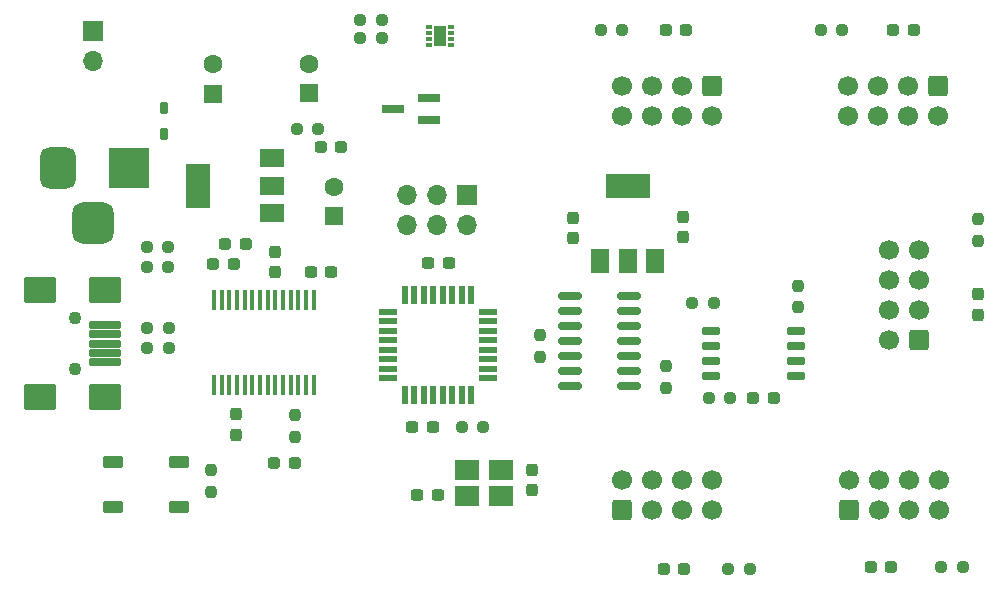
<source format=gbr>
%TF.GenerationSoftware,KiCad,Pcbnew,7.0.7*%
%TF.CreationDate,2023-10-17T21:46:05+02:00*%
%TF.ProjectId,Motherboard_pico,4d6f7468-6572-4626-9f61-72645f706963,rev?*%
%TF.SameCoordinates,Original*%
%TF.FileFunction,Soldermask,Top*%
%TF.FilePolarity,Negative*%
%FSLAX46Y46*%
G04 Gerber Fmt 4.6, Leading zero omitted, Abs format (unit mm)*
G04 Created by KiCad (PCBNEW 7.0.7) date 2023-10-17 21:46:05*
%MOMM*%
%LPD*%
G01*
G04 APERTURE LIST*
G04 Aperture macros list*
%AMRoundRect*
0 Rectangle with rounded corners*
0 $1 Rounding radius*
0 $2 $3 $4 $5 $6 $7 $8 $9 X,Y pos of 4 corners*
0 Add a 4 corners polygon primitive as box body*
4,1,4,$2,$3,$4,$5,$6,$7,$8,$9,$2,$3,0*
0 Add four circle primitives for the rounded corners*
1,1,$1+$1,$2,$3*
1,1,$1+$1,$4,$5*
1,1,$1+$1,$6,$7*
1,1,$1+$1,$8,$9*
0 Add four rect primitives between the rounded corners*
20,1,$1+$1,$2,$3,$4,$5,0*
20,1,$1+$1,$4,$5,$6,$7,0*
20,1,$1+$1,$6,$7,$8,$9,0*
20,1,$1+$1,$8,$9,$2,$3,0*%
G04 Aperture macros list end*
%ADD10R,1.600000X1.600000*%
%ADD11C,1.600000*%
%ADD12RoundRect,0.237500X0.250000X0.237500X-0.250000X0.237500X-0.250000X-0.237500X0.250000X-0.237500X0*%
%ADD13RoundRect,0.237500X0.287500X0.237500X-0.287500X0.237500X-0.287500X-0.237500X0.287500X-0.237500X0*%
%ADD14RoundRect,0.237500X-0.237500X0.300000X-0.237500X-0.300000X0.237500X-0.300000X0.237500X0.300000X0*%
%ADD15RoundRect,0.237500X-0.237500X0.250000X-0.237500X-0.250000X0.237500X-0.250000X0.237500X0.250000X0*%
%ADD16RoundRect,0.237500X-0.300000X-0.237500X0.300000X-0.237500X0.300000X0.237500X-0.300000X0.237500X0*%
%ADD17RoundRect,0.237500X0.237500X-0.300000X0.237500X0.300000X-0.237500X0.300000X-0.237500X-0.300000X0*%
%ADD18RoundRect,0.237500X-0.250000X-0.237500X0.250000X-0.237500X0.250000X0.237500X-0.250000X0.237500X0*%
%ADD19RoundRect,0.237500X0.237500X-0.287500X0.237500X0.287500X-0.237500X0.287500X-0.237500X-0.287500X0*%
%ADD20RoundRect,0.250000X0.600000X-0.600000X0.600000X0.600000X-0.600000X0.600000X-0.600000X-0.600000X0*%
%ADD21C,1.700000*%
%ADD22RoundRect,0.237500X0.237500X-0.250000X0.237500X0.250000X-0.237500X0.250000X-0.237500X-0.250000X0*%
%ADD23R,1.700000X1.700000*%
%ADD24O,1.700000X1.700000*%
%ADD25C,1.102360*%
%ADD26RoundRect,0.101600X-1.249680X-0.248920X1.249680X-0.248920X1.249680X0.248920X-1.249680X0.248920X0*%
%ADD27RoundRect,0.101600X-1.249680X-0.999490X1.249680X-0.999490X1.249680X0.999490X-1.249680X0.999490X0*%
%ADD28R,0.550000X1.600000*%
%ADD29R,1.600000X0.550000*%
%ADD30RoundRect,0.250000X-0.600000X0.600000X-0.600000X-0.600000X0.600000X-0.600000X0.600000X0.600000X0*%
%ADD31RoundRect,0.237500X-0.287500X-0.237500X0.287500X-0.237500X0.287500X0.237500X-0.287500X0.237500X0*%
%ADD32RoundRect,0.150000X-0.650000X-0.150000X0.650000X-0.150000X0.650000X0.150000X-0.650000X0.150000X0*%
%ADD33RoundRect,0.250000X0.600000X0.600000X-0.600000X0.600000X-0.600000X-0.600000X0.600000X-0.600000X0*%
%ADD34RoundRect,0.237500X0.300000X0.237500X-0.300000X0.237500X-0.300000X-0.237500X0.300000X-0.237500X0*%
%ADD35R,2.000000X1.500000*%
%ADD36R,2.000000X3.800000*%
%ADD37R,3.500000X3.500000*%
%ADD38RoundRect,0.750000X-0.750000X-1.000000X0.750000X-1.000000X0.750000X1.000000X-0.750000X1.000000X0*%
%ADD39RoundRect,0.875000X-0.875000X-0.875000X0.875000X-0.875000X0.875000X0.875000X-0.875000X0.875000X0*%
%ADD40R,0.450000X1.750000*%
%ADD41R,1.900000X0.800000*%
%ADD42RoundRect,0.150000X-0.150000X0.400000X-0.150000X-0.400000X0.150000X-0.400000X0.150000X0.400000X0*%
%ADD43R,2.100000X1.800000*%
%ADD44RoundRect,0.101600X0.762000X-0.381000X0.762000X0.381000X-0.762000X0.381000X-0.762000X-0.381000X0*%
%ADD45RoundRect,0.150000X-0.825000X-0.150000X0.825000X-0.150000X0.825000X0.150000X-0.825000X0.150000X0*%
%ADD46R,0.500000X0.300000*%
%ADD47R,1.050000X1.750000*%
%ADD48R,1.500000X2.000000*%
%ADD49R,3.800000X2.000000*%
G04 APERTURE END LIST*
D10*
%TO.C,C11*%
X146750000Y-92210000D03*
D11*
X146750000Y-89710000D03*
%TD*%
D12*
%TO.C,R7*%
X152940000Y-87480000D03*
X151115000Y-87480000D03*
%TD*%
%TO.C,R11*%
X173300000Y-86800000D03*
X171475000Y-86800000D03*
%TD*%
D13*
%TO.C,RX1*%
X140420000Y-106630000D03*
X138670000Y-106630000D03*
%TD*%
D14*
%TO.C,C4*%
X165620000Y-124067500D03*
X165620000Y-125792500D03*
%TD*%
D15*
%TO.C,R2*%
X138450000Y-124087500D03*
X138450000Y-125912500D03*
%TD*%
D14*
%TO.C,C10*%
X169150000Y-102737500D03*
X169150000Y-104462500D03*
%TD*%
D13*
%TO.C,TX1*%
X141420000Y-104930000D03*
X139670000Y-104930000D03*
%TD*%
D16*
%TO.C,C2*%
X146957500Y-107330000D03*
X148682500Y-107330000D03*
%TD*%
D17*
%TO.C,C8*%
X143920000Y-107330000D03*
X143920000Y-105605000D03*
%TD*%
D18*
%TO.C,R14*%
X182275000Y-132500000D03*
X184100000Y-132500000D03*
%TD*%
D10*
%TO.C,C6*%
X138620000Y-92240000D03*
D11*
X138620000Y-89740000D03*
%TD*%
D13*
%TO.C,D6*%
X149520000Y-96730000D03*
X147770000Y-96730000D03*
%TD*%
D18*
%TO.C,R5*%
X133095000Y-112080000D03*
X134920000Y-112080000D03*
%TD*%
D19*
%TO.C,D12*%
X203400000Y-110950000D03*
X203400000Y-109200000D03*
%TD*%
D20*
%TO.C,J7*%
X173320000Y-127500000D03*
D21*
X173320000Y-124960000D03*
X175860000Y-127500000D03*
X175860000Y-124960000D03*
X178400000Y-127500000D03*
X178400000Y-124960000D03*
X180940000Y-127500000D03*
X180940000Y-124960000D03*
%TD*%
D22*
%TO.C,R15*%
X203400000Y-104700000D03*
X203400000Y-102875000D03*
%TD*%
D15*
%TO.C,R3*%
X145620000Y-119430000D03*
X145620000Y-121255000D03*
%TD*%
D20*
%TO.C,J6*%
X192500000Y-127500000D03*
D21*
X192500000Y-124960000D03*
X195040000Y-127500000D03*
X195040000Y-124960000D03*
X197580000Y-127500000D03*
X197580000Y-124960000D03*
X200120000Y-127500000D03*
X200120000Y-124960000D03*
%TD*%
D23*
%TO.C,J2*%
X160125000Y-100815000D03*
D24*
X160125000Y-103355000D03*
X157585000Y-100815000D03*
X157585000Y-103355000D03*
X155045000Y-100815000D03*
X155045000Y-103355000D03*
%TD*%
D25*
%TO.C,J9*%
X127000220Y-111177920D03*
X127000220Y-115577200D03*
D26*
X129499580Y-113377560D03*
X129499580Y-112580000D03*
X129499580Y-114975220D03*
X129499580Y-114175120D03*
D27*
X124000480Y-108879220D03*
X129499580Y-108879220D03*
X124000480Y-117875900D03*
X129499580Y-117875900D03*
D26*
X129499580Y-111779900D03*
%TD*%
D28*
%TO.C,U1*%
X154900000Y-117750000D03*
X155700000Y-117750000D03*
X156500000Y-117750000D03*
X157300000Y-117750000D03*
X158100000Y-117750000D03*
X158900000Y-117750000D03*
X159700000Y-117750000D03*
X160500000Y-117750000D03*
D29*
X161950000Y-116300000D03*
X161950000Y-115500000D03*
X161950000Y-114700000D03*
X161950000Y-113900000D03*
X161950000Y-113100000D03*
X161950000Y-112300000D03*
X161950000Y-111500000D03*
X161950000Y-110700000D03*
D28*
X160500000Y-109250000D03*
X159700000Y-109250000D03*
X158900000Y-109250000D03*
X158100000Y-109250000D03*
X157300000Y-109250000D03*
X156500000Y-109250000D03*
X155700000Y-109250000D03*
X154900000Y-109250000D03*
D29*
X153450000Y-110700000D03*
X153450000Y-111500000D03*
X153450000Y-112300000D03*
X153450000Y-113100000D03*
X153450000Y-113900000D03*
X153450000Y-114700000D03*
X153450000Y-115500000D03*
X153450000Y-116300000D03*
%TD*%
D23*
%TO.C,J3*%
X128500000Y-86960000D03*
D24*
X128500000Y-89500000D03*
%TD*%
D18*
%TO.C,R10*%
X145735000Y-95180000D03*
X147560000Y-95180000D03*
%TD*%
D30*
%TO.C,J4*%
X180900000Y-91600000D03*
D21*
X180900000Y-94140000D03*
X178360000Y-91600000D03*
X178360000Y-94140000D03*
X175820000Y-91600000D03*
X175820000Y-94140000D03*
X173280000Y-91600000D03*
X173280000Y-94140000D03*
%TD*%
D31*
%TO.C,D1*%
X143845000Y-123530000D03*
X145595000Y-123530000D03*
%TD*%
D18*
%TO.C,R8*%
X133045000Y-106930000D03*
X134870000Y-106930000D03*
%TD*%
D30*
%TO.C,J5*%
X200000000Y-91600000D03*
D21*
X200000000Y-94140000D03*
X197460000Y-91600000D03*
X197460000Y-94140000D03*
X194920000Y-91600000D03*
X194920000Y-94140000D03*
X192380000Y-91600000D03*
X192380000Y-94140000D03*
%TD*%
D12*
%TO.C,R12*%
X191912500Y-86800000D03*
X190087500Y-86800000D03*
%TD*%
D22*
%TO.C,R17*%
X188150000Y-110312500D03*
X188150000Y-108487500D03*
%TD*%
D32*
%TO.C,IC1*%
X180850000Y-112295000D03*
X180850000Y-113565000D03*
X180850000Y-114835000D03*
X180850000Y-116105000D03*
X188050000Y-116105000D03*
X188050000Y-114835000D03*
X188050000Y-113565000D03*
X188050000Y-112295000D03*
%TD*%
D12*
%TO.C,R16*%
X182462500Y-118000000D03*
X180637500Y-118000000D03*
%TD*%
%TO.C,R19*%
X181032500Y-109930000D03*
X179207500Y-109930000D03*
%TD*%
D33*
%TO.C,J8*%
X198400000Y-113080000D03*
D21*
X195860000Y-113080000D03*
X198400000Y-110540000D03*
X195860000Y-110540000D03*
X198400000Y-108000000D03*
X195860000Y-108000000D03*
X198400000Y-105460000D03*
X195860000Y-105460000D03*
%TD*%
D34*
%TO.C,C12*%
X157245000Y-120430000D03*
X155520000Y-120430000D03*
%TD*%
D18*
%TO.C,R13*%
X200300000Y-132300000D03*
X202125000Y-132300000D03*
%TD*%
D13*
%TO.C,D8*%
X178735000Y-86800000D03*
X176985000Y-86800000D03*
%TD*%
D35*
%TO.C,U3*%
X143650000Y-102300000D03*
X143650000Y-100000000D03*
D36*
X137350000Y-100000000D03*
D35*
X143650000Y-97700000D03*
%TD*%
D18*
%TO.C,R9*%
X133045000Y-105180000D03*
X134870000Y-105180000D03*
%TD*%
D37*
%TO.C,J1*%
X131500000Y-98500000D03*
D38*
X125500000Y-98500000D03*
D39*
X128500000Y-103200000D03*
%TD*%
D40*
%TO.C,U6*%
X138725000Y-116900000D03*
X139375000Y-116900000D03*
X140025000Y-116900000D03*
X140675000Y-116900000D03*
X141325000Y-116900000D03*
X141975000Y-116900000D03*
X142625000Y-116900000D03*
X143275000Y-116900000D03*
X143925000Y-116900000D03*
X144575000Y-116900000D03*
X145225000Y-116900000D03*
X145875000Y-116900000D03*
X146525000Y-116900000D03*
X147175000Y-116900000D03*
X147175000Y-109700000D03*
X146525000Y-109700000D03*
X145875000Y-109700000D03*
X145225000Y-109700000D03*
X144575000Y-109700000D03*
X143925000Y-109700000D03*
X143275000Y-109700000D03*
X142625000Y-109700000D03*
X141975000Y-109700000D03*
X141325000Y-109700000D03*
X140675000Y-109700000D03*
X140025000Y-109700000D03*
X139375000Y-109700000D03*
X138725000Y-109700000D03*
%TD*%
D22*
%TO.C,R20*%
X177000000Y-117112500D03*
X177000000Y-115287500D03*
%TD*%
D13*
%TO.C,D13*%
X186125000Y-118000000D03*
X184375000Y-118000000D03*
%TD*%
D41*
%TO.C,Q1*%
X156920000Y-94480000D03*
X156920000Y-92580000D03*
X153920000Y-93530000D03*
%TD*%
D14*
%TO.C,C9*%
X140620000Y-119367500D03*
X140620000Y-121092500D03*
%TD*%
D18*
%TO.C,R4*%
X133095000Y-113730000D03*
X134920000Y-113730000D03*
%TD*%
D34*
%TO.C,C1*%
X158602500Y-106550000D03*
X156877500Y-106550000D03*
%TD*%
D42*
%TO.C,D7*%
X134500000Y-93400000D03*
X134500000Y-95600000D03*
%TD*%
D31*
%TO.C,D10*%
X194337500Y-132300000D03*
X196087500Y-132300000D03*
%TD*%
D12*
%TO.C,R1*%
X161532500Y-120430000D03*
X159707500Y-120430000D03*
%TD*%
D43*
%TO.C,Y1*%
X163070000Y-124067500D03*
X160170000Y-124067500D03*
X160170000Y-126267500D03*
X163070000Y-126267500D03*
%TD*%
D34*
%TO.C,C3*%
X157682500Y-126230000D03*
X155957500Y-126230000D03*
%TD*%
D44*
%TO.C,S1*%
X130156000Y-123395000D03*
X135744000Y-123395000D03*
X130156000Y-127205000D03*
X135744000Y-127205000D03*
%TD*%
D12*
%TO.C,R6*%
X152942500Y-85970000D03*
X151117500Y-85970000D03*
%TD*%
D15*
%TO.C,R18*%
X166350000Y-112687500D03*
X166350000Y-114512500D03*
%TD*%
D45*
%TO.C,U5*%
X168900000Y-109350000D03*
X168900000Y-110620000D03*
X168900000Y-111890000D03*
X168900000Y-113160000D03*
X168900000Y-114430000D03*
X168900000Y-115700000D03*
X168900000Y-116970000D03*
X173850000Y-116970000D03*
X173850000Y-115700000D03*
X173850000Y-114430000D03*
X173850000Y-113160000D03*
X173850000Y-111890000D03*
X173850000Y-110620000D03*
X173850000Y-109350000D03*
%TD*%
D46*
%TO.C,U2*%
X156972500Y-86611250D03*
X156972500Y-87111250D03*
X156972500Y-87611250D03*
X156972500Y-88111250D03*
X158772500Y-88111250D03*
X158772500Y-87611250D03*
X158772500Y-87111250D03*
X158772500Y-86611250D03*
D47*
X157872500Y-87361250D03*
%TD*%
D31*
%TO.C,D11*%
X176812500Y-132500000D03*
X178562500Y-132500000D03*
%TD*%
D10*
%TO.C,C5*%
X148900000Y-102600000D03*
D11*
X148900000Y-100100000D03*
%TD*%
D13*
%TO.C,D9*%
X198000000Y-86800000D03*
X196250000Y-86800000D03*
%TD*%
D48*
%TO.C,U4*%
X171450000Y-106350000D03*
X173750000Y-106350000D03*
D49*
X173750000Y-100050000D03*
D48*
X176050000Y-106350000D03*
%TD*%
D17*
%TO.C,C7*%
X178450000Y-104362500D03*
X178450000Y-102637500D03*
%TD*%
M02*

</source>
